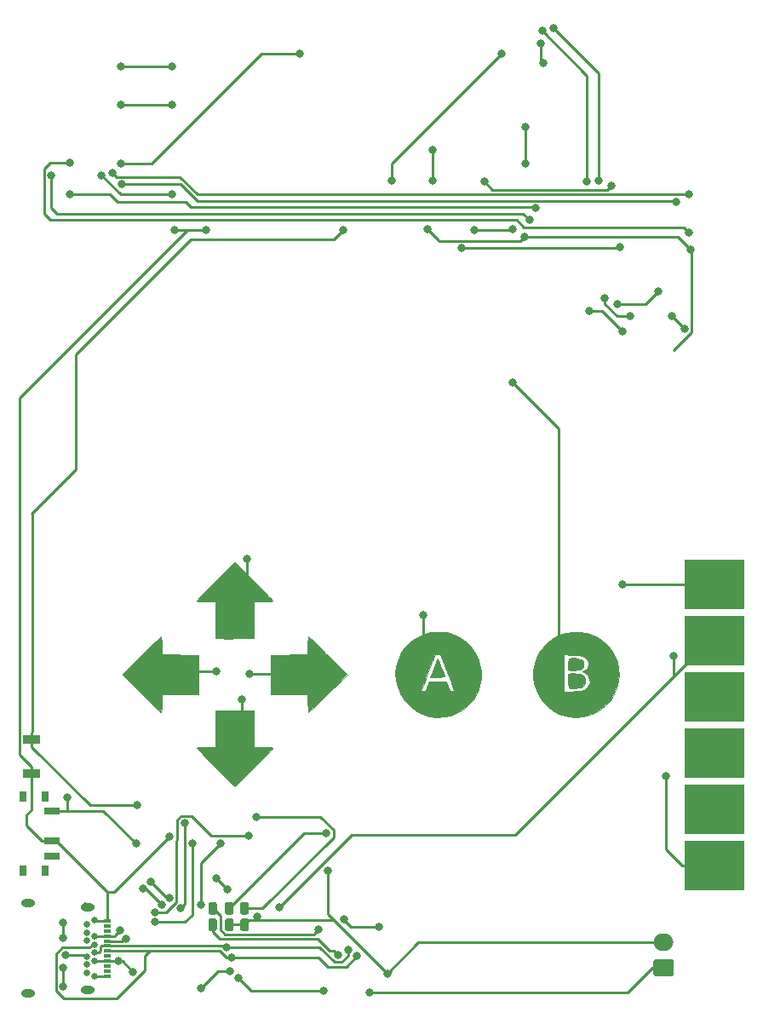
<source format=gbr>
G04 #@! TF.GenerationSoftware,KiCad,Pcbnew,5.0.2-bee76a0~70~ubuntu18.04.1*
G04 #@! TF.CreationDate,2019-01-18T14:13:04+00:00*
G04 #@! TF.ProjectId,badge,62616467-652e-46b6-9963-61645f706362,rev?*
G04 #@! TF.SameCoordinates,Original*
G04 #@! TF.FileFunction,Copper,L1,Top*
G04 #@! TF.FilePolarity,Positive*
%FSLAX46Y46*%
G04 Gerber Fmt 4.6, Leading zero omitted, Abs format (unit mm)*
G04 Created by KiCad (PCBNEW 5.0.2-bee76a0~70~ubuntu18.04.1) date Fri 18 Jan 2019 14:13:04 GMT*
%MOMM*%
%LPD*%
G01*
G04 APERTURE LIST*
G04 #@! TA.AperFunction,EtchedComponent*
%ADD10C,0.010000*%
G04 #@! TD*
G04 #@! TA.AperFunction,ComponentPad*
%ADD11R,6.000000X5.000000*%
G04 #@! TD*
G04 #@! TA.AperFunction,Conductor*
%ADD12C,0.100000*%
G04 #@! TD*
G04 #@! TA.AperFunction,SMDPad,CuDef*
%ADD13C,0.850000*%
G04 #@! TD*
G04 #@! TA.AperFunction,ComponentPad*
%ADD14O,1.400000X0.800000*%
G04 #@! TD*
G04 #@! TA.AperFunction,SMDPad,CuDef*
%ADD15R,0.700000X0.300000*%
G04 #@! TD*
G04 #@! TA.AperFunction,ComponentPad*
%ADD16C,0.650000*%
G04 #@! TD*
G04 #@! TA.AperFunction,ComponentPad*
%ADD17C,1.700000*%
G04 #@! TD*
G04 #@! TA.AperFunction,ComponentPad*
%ADD18O,2.000000X1.700000*%
G04 #@! TD*
G04 #@! TA.AperFunction,SMDPad,CuDef*
%ADD19R,1.700000X0.900000*%
G04 #@! TD*
G04 #@! TA.AperFunction,SMDPad,CuDef*
%ADD20R,1.500000X0.700000*%
G04 #@! TD*
G04 #@! TA.AperFunction,SMDPad,CuDef*
%ADD21R,0.800000X1.000000*%
G04 #@! TD*
G04 #@! TA.AperFunction,ViaPad*
%ADD22C,0.800000*%
G04 #@! TD*
G04 #@! TA.AperFunction,Conductor*
%ADD23C,0.250000*%
G04 #@! TD*
G04 APERTURE END LIST*
D10*
G04 #@! TO.C,G\002A\002A\002A*
G36*
X81353277Y-83525250D02*
X81634384Y-83562852D01*
X81884554Y-83621456D01*
X82059656Y-83694815D01*
X82078959Y-83708442D01*
X82175537Y-83802880D01*
X82218458Y-83915920D01*
X82222772Y-84095204D01*
X82219699Y-84153973D01*
X82193441Y-84367802D01*
X82134135Y-84500754D01*
X82042000Y-84585279D01*
X81864946Y-84659766D01*
X81600069Y-84710904D01*
X81285176Y-84733935D01*
X80958074Y-84724103D01*
X80946625Y-84723083D01*
X80708500Y-84701333D01*
X80708500Y-84140550D01*
X80710026Y-83872541D01*
X80719489Y-83704983D01*
X80744216Y-83611330D01*
X80791534Y-83565034D01*
X80868769Y-83539547D01*
X80874789Y-83538031D01*
X81085367Y-83514894D01*
X81353277Y-83525250D01*
X81353277Y-83525250D01*
G37*
X81353277Y-83525250D02*
X81634384Y-83562852D01*
X81884554Y-83621456D01*
X82059656Y-83694815D01*
X82078959Y-83708442D01*
X82175537Y-83802880D01*
X82218458Y-83915920D01*
X82222772Y-84095204D01*
X82219699Y-84153973D01*
X82193441Y-84367802D01*
X82134135Y-84500754D01*
X82042000Y-84585279D01*
X81864946Y-84659766D01*
X81600069Y-84710904D01*
X81285176Y-84733935D01*
X80958074Y-84724103D01*
X80946625Y-84723083D01*
X80708500Y-84701333D01*
X80708500Y-84140550D01*
X80710026Y-83872541D01*
X80719489Y-83704983D01*
X80744216Y-83611330D01*
X80791534Y-83565034D01*
X80868769Y-83539547D01*
X80874789Y-83538031D01*
X81085367Y-83514894D01*
X81353277Y-83525250D01*
G36*
X81253363Y-85045424D02*
X81509512Y-85060984D01*
X81518952Y-85061857D01*
X81873498Y-85116026D01*
X82119221Y-85209433D01*
X82271506Y-85354835D01*
X82345738Y-85564990D01*
X82359500Y-85758853D01*
X82323894Y-86068117D01*
X82208663Y-86284503D01*
X82001186Y-86422468D01*
X81719146Y-86492398D01*
X81351049Y-86530257D01*
X81037090Y-86534537D01*
X80819625Y-86506727D01*
X80770054Y-86479468D01*
X80737661Y-86413647D01*
X80718943Y-86286686D01*
X80710394Y-86076006D01*
X80708500Y-85790727D01*
X80708500Y-85103767D01*
X80879458Y-85060860D01*
X81027364Y-85045357D01*
X81253363Y-85045424D01*
X81253363Y-85045424D01*
G37*
X81253363Y-85045424D02*
X81509512Y-85060984D01*
X81518952Y-85061857D01*
X81873498Y-85116026D01*
X82119221Y-85209433D01*
X82271506Y-85354835D01*
X82345738Y-85564990D01*
X82359500Y-85758853D01*
X82323894Y-86068117D01*
X82208663Y-86284503D01*
X82001186Y-86422468D01*
X81719146Y-86492398D01*
X81351049Y-86530257D01*
X81037090Y-86534537D01*
X80819625Y-86506727D01*
X80770054Y-86479468D01*
X80737661Y-86413647D01*
X80718943Y-86286686D01*
X80710394Y-86076006D01*
X80708500Y-85790727D01*
X80708500Y-85103767D01*
X80879458Y-85060860D01*
X81027364Y-85045357D01*
X81253363Y-85045424D01*
G36*
X67724496Y-83651559D02*
X67790937Y-83787723D01*
X67881621Y-83994290D01*
X67986803Y-84246844D01*
X68096738Y-84520972D01*
X68201679Y-84792258D01*
X68291881Y-85036287D01*
X68357598Y-85228646D01*
X68389084Y-85344918D01*
X68390458Y-85359875D01*
X68330837Y-85379026D01*
X68169922Y-85394499D01*
X67933407Y-85404542D01*
X67691926Y-85407500D01*
X66994353Y-85407500D01*
X67111436Y-85105875D01*
X67187387Y-84906830D01*
X67289014Y-84636003D01*
X67398516Y-84340939D01*
X67438342Y-84232750D01*
X67533430Y-83980532D01*
X67616085Y-83773604D01*
X67674458Y-83641039D01*
X67692044Y-83610212D01*
X67724496Y-83651559D01*
X67724496Y-83651559D01*
G37*
X67724496Y-83651559D02*
X67790937Y-83787723D01*
X67881621Y-83994290D01*
X67986803Y-84246844D01*
X68096738Y-84520972D01*
X68201679Y-84792258D01*
X68291881Y-85036287D01*
X68357598Y-85228646D01*
X68389084Y-85344918D01*
X68390458Y-85359875D01*
X68330837Y-85379026D01*
X68169922Y-85394499D01*
X67933407Y-85404542D01*
X67691926Y-85407500D01*
X66994353Y-85407500D01*
X67111436Y-85105875D01*
X67187387Y-84906830D01*
X67289014Y-84636003D01*
X67398516Y-84340939D01*
X67438342Y-84232750D01*
X67533430Y-83980532D01*
X67616085Y-83773604D01*
X67674458Y-83641039D01*
X67692044Y-83610212D01*
X67724496Y-83651559D01*
G36*
X49427368Y-75875115D02*
X49870151Y-76320728D01*
X50265198Y-76723591D01*
X50605553Y-77076315D01*
X50884263Y-77371514D01*
X51094371Y-77601799D01*
X51228923Y-77759783D01*
X51280963Y-77838078D01*
X51280731Y-77843748D01*
X51194614Y-77876538D01*
X50984881Y-77899334D01*
X50654542Y-77911905D01*
X50352726Y-77914500D01*
X49468447Y-77914500D01*
X49451598Y-79740125D01*
X49434750Y-81565750D01*
X47557135Y-81582552D01*
X47080946Y-81585390D01*
X46646297Y-81585256D01*
X46269302Y-81582372D01*
X45966079Y-81576958D01*
X45752741Y-81569238D01*
X45645406Y-81559433D01*
X45636260Y-81556093D01*
X45625093Y-81483770D01*
X45614996Y-81300935D01*
X45606355Y-81024076D01*
X45599558Y-80669681D01*
X45594991Y-80254235D01*
X45593043Y-79794227D01*
X45593000Y-79713666D01*
X45593000Y-77914500D01*
X44707747Y-77914500D01*
X44292993Y-77909215D01*
X43997992Y-77893492D01*
X43825288Y-77867524D01*
X43778667Y-77843585D01*
X43812242Y-77783055D01*
X43929963Y-77641197D01*
X44124986Y-77425282D01*
X44390465Y-77142579D01*
X44719554Y-76800358D01*
X45105408Y-76405887D01*
X45541180Y-75966437D01*
X45632559Y-75874953D01*
X47530278Y-73977234D01*
X49427368Y-75875115D01*
X49427368Y-75875115D01*
G37*
X49427368Y-75875115D02*
X49870151Y-76320728D01*
X50265198Y-76723591D01*
X50605553Y-77076315D01*
X50884263Y-77371514D01*
X51094371Y-77601799D01*
X51228923Y-77759783D01*
X51280963Y-77838078D01*
X51280731Y-77843748D01*
X51194614Y-77876538D01*
X50984881Y-77899334D01*
X50654542Y-77911905D01*
X50352726Y-77914500D01*
X49468447Y-77914500D01*
X49451598Y-79740125D01*
X49434750Y-81565750D01*
X47557135Y-81582552D01*
X47080946Y-81585390D01*
X46646297Y-81585256D01*
X46269302Y-81582372D01*
X45966079Y-81576958D01*
X45752741Y-81569238D01*
X45645406Y-81559433D01*
X45636260Y-81556093D01*
X45625093Y-81483770D01*
X45614996Y-81300935D01*
X45606355Y-81024076D01*
X45599558Y-80669681D01*
X45594991Y-80254235D01*
X45593043Y-79794227D01*
X45593000Y-79713666D01*
X45593000Y-77914500D01*
X44707747Y-77914500D01*
X44292993Y-77909215D01*
X43997992Y-77893492D01*
X43825288Y-77867524D01*
X43778667Y-77843585D01*
X43812242Y-77783055D01*
X43929963Y-77641197D01*
X44124986Y-77425282D01*
X44390465Y-77142579D01*
X44719554Y-76800358D01*
X45105408Y-76405887D01*
X45541180Y-75966437D01*
X45632559Y-75874953D01*
X47530278Y-73977234D01*
X49427368Y-75875115D01*
G36*
X54906476Y-81419240D02*
X55040675Y-81537045D01*
X55245212Y-81726906D01*
X55510581Y-81979724D01*
X55827280Y-82286398D01*
X56185804Y-82637825D01*
X56576651Y-83024907D01*
X56804477Y-83252229D01*
X58705221Y-85153765D01*
X56797774Y-87061213D01*
X56392674Y-87464271D01*
X56014855Y-87836253D01*
X55673757Y-88168153D01*
X55378822Y-88450966D01*
X55139489Y-88675684D01*
X54965197Y-88833304D01*
X54865388Y-88914818D01*
X54845413Y-88923746D01*
X54829086Y-88847070D01*
X54815411Y-88667857D01*
X54805579Y-88410561D01*
X54800780Y-88099638D01*
X54800500Y-88001390D01*
X54800500Y-87123947D01*
X52974875Y-87107098D01*
X51149250Y-87090250D01*
X51149250Y-83216750D01*
X54800500Y-83183052D01*
X54800500Y-82298773D01*
X54804011Y-81976816D01*
X54813650Y-81702576D01*
X54828070Y-81499940D01*
X54845924Y-81392794D01*
X54852116Y-81382594D01*
X54906476Y-81419240D01*
X54906476Y-81419240D01*
G37*
X54906476Y-81419240D02*
X55040675Y-81537045D01*
X55245212Y-81726906D01*
X55510581Y-81979724D01*
X55827280Y-82286398D01*
X56185804Y-82637825D01*
X56576651Y-83024907D01*
X56804477Y-83252229D01*
X58705221Y-85153765D01*
X56797774Y-87061213D01*
X56392674Y-87464271D01*
X56014855Y-87836253D01*
X55673757Y-88168153D01*
X55378822Y-88450966D01*
X55139489Y-88675684D01*
X54965197Y-88833304D01*
X54865388Y-88914818D01*
X54845413Y-88923746D01*
X54829086Y-88847070D01*
X54815411Y-88667857D01*
X54805579Y-88410561D01*
X54800780Y-88099638D01*
X54800500Y-88001390D01*
X54800500Y-87123947D01*
X52974875Y-87107098D01*
X51149250Y-87090250D01*
X51149250Y-83216750D01*
X54800500Y-83183052D01*
X54800500Y-82298773D01*
X54804011Y-81976816D01*
X54813650Y-81702576D01*
X54828070Y-81499940D01*
X54845924Y-81392794D01*
X54852116Y-81382594D01*
X54906476Y-81419240D01*
G36*
X40227964Y-81403273D02*
X40242312Y-81567702D01*
X40252853Y-81814452D01*
X40258423Y-82121187D01*
X40259000Y-82263276D01*
X40259000Y-83183052D01*
X43910250Y-83216750D01*
X43910250Y-87090250D01*
X42084625Y-87107098D01*
X40259000Y-87123947D01*
X40259000Y-88008226D01*
X40255488Y-88330183D01*
X40245849Y-88604423D01*
X40231429Y-88807059D01*
X40213575Y-88914205D01*
X40207383Y-88924405D01*
X40153023Y-88887759D01*
X40018823Y-88769955D01*
X39814288Y-88580094D01*
X39548920Y-88327279D01*
X39232225Y-88020609D01*
X38873706Y-87669186D01*
X38482866Y-87282111D01*
X38255154Y-87054903D01*
X36354543Y-85153500D01*
X38258750Y-83248500D01*
X38664080Y-82844097D01*
X39042173Y-82468981D01*
X39383526Y-82132424D01*
X39678641Y-81843695D01*
X39918015Y-81612066D01*
X40092149Y-81446807D01*
X40191541Y-81357190D01*
X40210978Y-81343500D01*
X40227964Y-81403273D01*
X40227964Y-81403273D01*
G37*
X40227964Y-81403273D02*
X40242312Y-81567702D01*
X40252853Y-81814452D01*
X40258423Y-82121187D01*
X40259000Y-82263276D01*
X40259000Y-83183052D01*
X43910250Y-83216750D01*
X43910250Y-87090250D01*
X42084625Y-87107098D01*
X40259000Y-87123947D01*
X40259000Y-88008226D01*
X40255488Y-88330183D01*
X40245849Y-88604423D01*
X40231429Y-88807059D01*
X40213575Y-88914205D01*
X40207383Y-88924405D01*
X40153023Y-88887759D01*
X40018823Y-88769955D01*
X39814288Y-88580094D01*
X39548920Y-88327279D01*
X39232225Y-88020609D01*
X38873706Y-87669186D01*
X38482866Y-87282111D01*
X38255154Y-87054903D01*
X36354543Y-85153500D01*
X38258750Y-83248500D01*
X38664080Y-82844097D01*
X39042173Y-82468981D01*
X39383526Y-82132424D01*
X39678641Y-81843695D01*
X39918015Y-81612066D01*
X40092149Y-81446807D01*
X40191541Y-81357190D01*
X40210978Y-81343500D01*
X40227964Y-81403273D01*
G36*
X81889048Y-80918354D02*
X82572661Y-81040447D01*
X83234756Y-81278721D01*
X83427944Y-81373843D01*
X84039436Y-81760363D01*
X84556314Y-82219435D01*
X84978578Y-82738891D01*
X85306228Y-83306564D01*
X85539263Y-83910288D01*
X85677684Y-84537895D01*
X85721491Y-85177220D01*
X85670683Y-85816093D01*
X85525262Y-86442350D01*
X85285225Y-87043823D01*
X84950575Y-87608346D01*
X84521310Y-88123750D01*
X83997431Y-88577871D01*
X83427944Y-88933156D01*
X82802813Y-89193643D01*
X82127663Y-89352685D01*
X81432765Y-89406811D01*
X80748390Y-89352551D01*
X80404685Y-89279815D01*
X79730410Y-89042576D01*
X79127290Y-88710266D01*
X78599316Y-88295102D01*
X78150479Y-87809299D01*
X77784768Y-87265073D01*
X77605909Y-86886010D01*
X80264000Y-86886010D01*
X81105375Y-86849381D01*
X81442374Y-86830264D01*
X81753976Y-86804564D01*
X82007399Y-86775509D01*
X82169861Y-86746327D01*
X82179651Y-86743583D01*
X82438291Y-86607156D01*
X82657102Y-86382461D01*
X82802878Y-86108056D01*
X82835182Y-85982360D01*
X82826841Y-85677978D01*
X82715313Y-85381918D01*
X82520598Y-85133382D01*
X82335885Y-85003707D01*
X82090020Y-84879016D01*
X82296580Y-84772199D01*
X82462018Y-84656577D01*
X82582871Y-84521099D01*
X82587819Y-84512566D01*
X82663175Y-84265217D01*
X82660666Y-83977176D01*
X82582900Y-83706002D01*
X82548372Y-83641553D01*
X82436414Y-83496574D01*
X82288865Y-83387745D01*
X82086371Y-83309147D01*
X81809573Y-83254859D01*
X81439116Y-83218961D01*
X81109368Y-83201422D01*
X80264000Y-83165977D01*
X80264000Y-86886010D01*
X77605909Y-86886010D01*
X77506173Y-86674638D01*
X77318684Y-86050212D01*
X77226292Y-85404009D01*
X77232986Y-84748244D01*
X77342756Y-84095134D01*
X77559592Y-83456894D01*
X77887484Y-82845740D01*
X78174872Y-82453136D01*
X78672822Y-81942816D01*
X79239189Y-81530199D01*
X79858985Y-81218365D01*
X80517220Y-81010392D01*
X81198904Y-80909362D01*
X81889048Y-80918354D01*
X81889048Y-80918354D01*
G37*
X81889048Y-80918354D02*
X82572661Y-81040447D01*
X83234756Y-81278721D01*
X83427944Y-81373843D01*
X84039436Y-81760363D01*
X84556314Y-82219435D01*
X84978578Y-82738891D01*
X85306228Y-83306564D01*
X85539263Y-83910288D01*
X85677684Y-84537895D01*
X85721491Y-85177220D01*
X85670683Y-85816093D01*
X85525262Y-86442350D01*
X85285225Y-87043823D01*
X84950575Y-87608346D01*
X84521310Y-88123750D01*
X83997431Y-88577871D01*
X83427944Y-88933156D01*
X82802813Y-89193643D01*
X82127663Y-89352685D01*
X81432765Y-89406811D01*
X80748390Y-89352551D01*
X80404685Y-89279815D01*
X79730410Y-89042576D01*
X79127290Y-88710266D01*
X78599316Y-88295102D01*
X78150479Y-87809299D01*
X77784768Y-87265073D01*
X77605909Y-86886010D01*
X80264000Y-86886010D01*
X81105375Y-86849381D01*
X81442374Y-86830264D01*
X81753976Y-86804564D01*
X82007399Y-86775509D01*
X82169861Y-86746327D01*
X82179651Y-86743583D01*
X82438291Y-86607156D01*
X82657102Y-86382461D01*
X82802878Y-86108056D01*
X82835182Y-85982360D01*
X82826841Y-85677978D01*
X82715313Y-85381918D01*
X82520598Y-85133382D01*
X82335885Y-85003707D01*
X82090020Y-84879016D01*
X82296580Y-84772199D01*
X82462018Y-84656577D01*
X82582871Y-84521099D01*
X82587819Y-84512566D01*
X82663175Y-84265217D01*
X82660666Y-83977176D01*
X82582900Y-83706002D01*
X82548372Y-83641553D01*
X82436414Y-83496574D01*
X82288865Y-83387745D01*
X82086371Y-83309147D01*
X81809573Y-83254859D01*
X81439116Y-83218961D01*
X81109368Y-83201422D01*
X80264000Y-83165977D01*
X80264000Y-86886010D01*
X77605909Y-86886010D01*
X77506173Y-86674638D01*
X77318684Y-86050212D01*
X77226292Y-85404009D01*
X77232986Y-84748244D01*
X77342756Y-84095134D01*
X77559592Y-83456894D01*
X77887484Y-82845740D01*
X78174872Y-82453136D01*
X78672822Y-81942816D01*
X79239189Y-81530199D01*
X79858985Y-81218365D01*
X80517220Y-81010392D01*
X81198904Y-80909362D01*
X81889048Y-80918354D01*
G36*
X68485412Y-80955818D02*
X68655795Y-80987879D01*
X69346835Y-81202233D01*
X69970738Y-81515820D01*
X70522007Y-81916831D01*
X70995140Y-82393458D01*
X71384637Y-82933894D01*
X71685000Y-83526329D01*
X71890727Y-84158956D01*
X71996319Y-84819966D01*
X71996276Y-85497551D01*
X71885098Y-86179904D01*
X71657285Y-86855215D01*
X71521792Y-87141080D01*
X71232281Y-87597846D01*
X70852096Y-88046092D01*
X70413924Y-88454055D01*
X69950455Y-88789972D01*
X69659500Y-88950644D01*
X68982180Y-89212478D01*
X68286261Y-89362915D01*
X67592042Y-89399287D01*
X66919822Y-89318921D01*
X66897250Y-89314029D01*
X66189926Y-89096161D01*
X65545095Y-88771077D01*
X64971674Y-88345754D01*
X64478577Y-87827163D01*
X64074721Y-87222281D01*
X63973137Y-87026750D01*
X63882486Y-86804500D01*
X66050789Y-86804500D01*
X66522188Y-86804500D01*
X66681863Y-86312375D01*
X66841539Y-85820250D01*
X68603960Y-85820250D01*
X68763636Y-86312375D01*
X68844641Y-86554980D01*
X68905831Y-86700979D01*
X68965590Y-86774886D01*
X69042297Y-86801216D01*
X69132655Y-86804500D01*
X69274057Y-86791857D01*
X69340244Y-86761005D01*
X69340938Y-86756875D01*
X69318733Y-86687752D01*
X69256412Y-86515147D01*
X69159590Y-86254058D01*
X69033884Y-85919484D01*
X68884907Y-85526424D01*
X68718275Y-85089875D01*
X68657461Y-84931250D01*
X67975046Y-83153250D01*
X67721898Y-83134633D01*
X67468750Y-83116017D01*
X67060228Y-84182383D01*
X66899549Y-84601405D01*
X66727266Y-85050011D01*
X66559612Y-85485974D01*
X66412822Y-85867068D01*
X66351248Y-86026625D01*
X66050789Y-86804500D01*
X63882486Y-86804500D01*
X63701094Y-86359782D01*
X63548422Y-85708648D01*
X63512363Y-85054338D01*
X63589515Y-84381210D01*
X63788471Y-83669504D01*
X64096330Y-83016035D01*
X64504703Y-82430341D01*
X65005202Y-81921958D01*
X65589436Y-81500425D01*
X66249018Y-81175278D01*
X66484500Y-81089855D01*
X66936196Y-80980342D01*
X67454555Y-80919887D01*
X67988115Y-80910907D01*
X68485412Y-80955818D01*
X68485412Y-80955818D01*
G37*
X68485412Y-80955818D02*
X68655795Y-80987879D01*
X69346835Y-81202233D01*
X69970738Y-81515820D01*
X70522007Y-81916831D01*
X70995140Y-82393458D01*
X71384637Y-82933894D01*
X71685000Y-83526329D01*
X71890727Y-84158956D01*
X71996319Y-84819966D01*
X71996276Y-85497551D01*
X71885098Y-86179904D01*
X71657285Y-86855215D01*
X71521792Y-87141080D01*
X71232281Y-87597846D01*
X70852096Y-88046092D01*
X70413924Y-88454055D01*
X69950455Y-88789972D01*
X69659500Y-88950644D01*
X68982180Y-89212478D01*
X68286261Y-89362915D01*
X67592042Y-89399287D01*
X66919822Y-89318921D01*
X66897250Y-89314029D01*
X66189926Y-89096161D01*
X65545095Y-88771077D01*
X64971674Y-88345754D01*
X64478577Y-87827163D01*
X64074721Y-87222281D01*
X63973137Y-87026750D01*
X63882486Y-86804500D01*
X66050789Y-86804500D01*
X66522188Y-86804500D01*
X66681863Y-86312375D01*
X66841539Y-85820250D01*
X68603960Y-85820250D01*
X68763636Y-86312375D01*
X68844641Y-86554980D01*
X68905831Y-86700979D01*
X68965590Y-86774886D01*
X69042297Y-86801216D01*
X69132655Y-86804500D01*
X69274057Y-86791857D01*
X69340244Y-86761005D01*
X69340938Y-86756875D01*
X69318733Y-86687752D01*
X69256412Y-86515147D01*
X69159590Y-86254058D01*
X69033884Y-85919484D01*
X68884907Y-85526424D01*
X68718275Y-85089875D01*
X68657461Y-84931250D01*
X67975046Y-83153250D01*
X67721898Y-83134633D01*
X67468750Y-83116017D01*
X67060228Y-84182383D01*
X66899549Y-84601405D01*
X66727266Y-85050011D01*
X66559612Y-85485974D01*
X66412822Y-85867068D01*
X66351248Y-86026625D01*
X66050789Y-86804500D01*
X63882486Y-86804500D01*
X63701094Y-86359782D01*
X63548422Y-85708648D01*
X63512363Y-85054338D01*
X63589515Y-84381210D01*
X63788471Y-83669504D01*
X64096330Y-83016035D01*
X64504703Y-82430341D01*
X65005202Y-81921958D01*
X65589436Y-81500425D01*
X66249018Y-81175278D01*
X66484500Y-81089855D01*
X66936196Y-80980342D01*
X67454555Y-80919887D01*
X67988115Y-80910907D01*
X68485412Y-80955818D01*
G36*
X49466500Y-92392500D02*
X50387250Y-92392500D01*
X50768262Y-92395308D01*
X51036503Y-92404550D01*
X51206095Y-92421448D01*
X51291161Y-92447227D01*
X51308000Y-92472278D01*
X51264530Y-92532789D01*
X51141776Y-92670581D01*
X50951221Y-92874128D01*
X50704347Y-93131903D01*
X50412639Y-93432377D01*
X50087577Y-93764023D01*
X49740646Y-94115314D01*
X49383328Y-94474722D01*
X49027106Y-94830719D01*
X48683464Y-95171779D01*
X48363883Y-95486374D01*
X48079847Y-95762976D01*
X47842839Y-95990058D01*
X47664341Y-96156093D01*
X47555837Y-96249552D01*
X47528949Y-96266000D01*
X47471800Y-96222485D01*
X47334931Y-96098208D01*
X47128060Y-95902572D01*
X46860908Y-95644979D01*
X46543194Y-95334830D01*
X46184637Y-94981528D01*
X45794958Y-94594475D01*
X45608471Y-94408228D01*
X45209075Y-94006808D01*
X44839137Y-93631423D01*
X44508068Y-93291886D01*
X44225278Y-92998015D01*
X44000179Y-92759623D01*
X43842182Y-92586528D01*
X43760699Y-92488543D01*
X43751500Y-92471478D01*
X43785179Y-92438656D01*
X43895358Y-92415552D01*
X44095744Y-92400989D01*
X44400048Y-92393790D01*
X44671276Y-92392500D01*
X45591052Y-92392500D01*
X45624750Y-88741250D01*
X47545625Y-88724443D01*
X49466500Y-88707637D01*
X49466500Y-92392500D01*
X49466500Y-92392500D01*
G37*
X49466500Y-92392500D02*
X50387250Y-92392500D01*
X50768262Y-92395308D01*
X51036503Y-92404550D01*
X51206095Y-92421448D01*
X51291161Y-92447227D01*
X51308000Y-92472278D01*
X51264530Y-92532789D01*
X51141776Y-92670581D01*
X50951221Y-92874128D01*
X50704347Y-93131903D01*
X50412639Y-93432377D01*
X50087577Y-93764023D01*
X49740646Y-94115314D01*
X49383328Y-94474722D01*
X49027106Y-94830719D01*
X48683464Y-95171779D01*
X48363883Y-95486374D01*
X48079847Y-95762976D01*
X47842839Y-95990058D01*
X47664341Y-96156093D01*
X47555837Y-96249552D01*
X47528949Y-96266000D01*
X47471800Y-96222485D01*
X47334931Y-96098208D01*
X47128060Y-95902572D01*
X46860908Y-95644979D01*
X46543194Y-95334830D01*
X46184637Y-94981528D01*
X45794958Y-94594475D01*
X45608471Y-94408228D01*
X45209075Y-94006808D01*
X44839137Y-93631423D01*
X44508068Y-93291886D01*
X44225278Y-92998015D01*
X44000179Y-92759623D01*
X43842182Y-92586528D01*
X43760699Y-92488543D01*
X43751500Y-92471478D01*
X43785179Y-92438656D01*
X43895358Y-92415552D01*
X44095744Y-92400989D01*
X44400048Y-92393790D01*
X44671276Y-92392500D01*
X45591052Y-92392500D01*
X45624750Y-88741250D01*
X47545625Y-88724443D01*
X49466500Y-88707637D01*
X49466500Y-92392500D01*
G04 #@! TD*
D11*
G04 #@! TO.P,GND,1*
G04 #@! TO.N,GND*
X95250000Y-76200000D03*
G04 #@! TD*
G04 #@! TO.P,GP1,1*
G04 #@! TO.N,Net-(GP1-Pad1)*
X95250000Y-87376000D03*
G04 #@! TD*
G04 #@! TO.P,GP2,1*
G04 #@! TO.N,Net-(GP2-Pad1)*
X95250000Y-92964000D03*
G04 #@! TD*
G04 #@! TO.P,SCL,1*
G04 #@! TO.N,Net-(R1-Pad2)*
X95250000Y-104140000D03*
G04 #@! TD*
G04 #@! TO.P,SDA,1*
G04 #@! TO.N,Net-(R2-Pad2)*
X95250000Y-98552000D03*
G04 #@! TD*
D12*
G04 #@! TO.N,GND*
G04 #@! TO.C,D7*
G36*
X47223329Y-109421023D02*
X47243957Y-109424083D01*
X47264185Y-109429150D01*
X47283820Y-109436176D01*
X47302672Y-109445092D01*
X47320559Y-109455813D01*
X47337309Y-109468235D01*
X47352760Y-109482240D01*
X47366765Y-109497691D01*
X47379187Y-109514441D01*
X47389908Y-109532328D01*
X47398824Y-109551180D01*
X47405850Y-109570815D01*
X47410917Y-109591043D01*
X47413977Y-109611671D01*
X47415000Y-109632500D01*
X47415000Y-110432500D01*
X47413977Y-110453329D01*
X47410917Y-110473957D01*
X47405850Y-110494185D01*
X47398824Y-110513820D01*
X47389908Y-110532672D01*
X47379187Y-110550559D01*
X47366765Y-110567309D01*
X47352760Y-110582760D01*
X47337309Y-110596765D01*
X47320559Y-110609187D01*
X47302672Y-110619908D01*
X47283820Y-110628824D01*
X47264185Y-110635850D01*
X47243957Y-110640917D01*
X47223329Y-110643977D01*
X47202500Y-110645000D01*
X46777500Y-110645000D01*
X46756671Y-110643977D01*
X46736043Y-110640917D01*
X46715815Y-110635850D01*
X46696180Y-110628824D01*
X46677328Y-110619908D01*
X46659441Y-110609187D01*
X46642691Y-110596765D01*
X46627240Y-110582760D01*
X46613235Y-110567309D01*
X46600813Y-110550559D01*
X46590092Y-110532672D01*
X46581176Y-110513820D01*
X46574150Y-110494185D01*
X46569083Y-110473957D01*
X46566023Y-110453329D01*
X46565000Y-110432500D01*
X46565000Y-109632500D01*
X46566023Y-109611671D01*
X46569083Y-109591043D01*
X46574150Y-109570815D01*
X46581176Y-109551180D01*
X46590092Y-109532328D01*
X46600813Y-109514441D01*
X46613235Y-109497691D01*
X46627240Y-109482240D01*
X46642691Y-109468235D01*
X46659441Y-109455813D01*
X46677328Y-109445092D01*
X46696180Y-109436176D01*
X46715815Y-109429150D01*
X46736043Y-109424083D01*
X46756671Y-109421023D01*
X46777500Y-109420000D01*
X47202500Y-109420000D01*
X47223329Y-109421023D01*
X47223329Y-109421023D01*
G37*
D13*
G04 #@! TD*
G04 #@! TO.P,D7,1*
G04 #@! TO.N,GND*
X46990000Y-110032500D03*
D12*
G04 #@! TO.N,Net-(D7-Pad2)*
G04 #@! TO.C,D7*
G36*
X47223329Y-107796023D02*
X47243957Y-107799083D01*
X47264185Y-107804150D01*
X47283820Y-107811176D01*
X47302672Y-107820092D01*
X47320559Y-107830813D01*
X47337309Y-107843235D01*
X47352760Y-107857240D01*
X47366765Y-107872691D01*
X47379187Y-107889441D01*
X47389908Y-107907328D01*
X47398824Y-107926180D01*
X47405850Y-107945815D01*
X47410917Y-107966043D01*
X47413977Y-107986671D01*
X47415000Y-108007500D01*
X47415000Y-108807500D01*
X47413977Y-108828329D01*
X47410917Y-108848957D01*
X47405850Y-108869185D01*
X47398824Y-108888820D01*
X47389908Y-108907672D01*
X47379187Y-108925559D01*
X47366765Y-108942309D01*
X47352760Y-108957760D01*
X47337309Y-108971765D01*
X47320559Y-108984187D01*
X47302672Y-108994908D01*
X47283820Y-109003824D01*
X47264185Y-109010850D01*
X47243957Y-109015917D01*
X47223329Y-109018977D01*
X47202500Y-109020000D01*
X46777500Y-109020000D01*
X46756671Y-109018977D01*
X46736043Y-109015917D01*
X46715815Y-109010850D01*
X46696180Y-109003824D01*
X46677328Y-108994908D01*
X46659441Y-108984187D01*
X46642691Y-108971765D01*
X46627240Y-108957760D01*
X46613235Y-108942309D01*
X46600813Y-108925559D01*
X46590092Y-108907672D01*
X46581176Y-108888820D01*
X46574150Y-108869185D01*
X46569083Y-108848957D01*
X46566023Y-108828329D01*
X46565000Y-108807500D01*
X46565000Y-108007500D01*
X46566023Y-107986671D01*
X46569083Y-107966043D01*
X46574150Y-107945815D01*
X46581176Y-107926180D01*
X46590092Y-107907328D01*
X46600813Y-107889441D01*
X46613235Y-107872691D01*
X46627240Y-107857240D01*
X46642691Y-107843235D01*
X46659441Y-107830813D01*
X46677328Y-107820092D01*
X46696180Y-107811176D01*
X46715815Y-107804150D01*
X46736043Y-107799083D01*
X46756671Y-107796023D01*
X46777500Y-107795000D01*
X47202500Y-107795000D01*
X47223329Y-107796023D01*
X47223329Y-107796023D01*
G37*
D13*
G04 #@! TD*
G04 #@! TO.P,D7,2*
G04 #@! TO.N,Net-(D7-Pad2)*
X46990000Y-108407500D03*
D12*
G04 #@! TO.N,Net-(D4-Pad1)*
G04 #@! TO.C,D4*
G36*
X45572329Y-109421023D02*
X45592957Y-109424083D01*
X45613185Y-109429150D01*
X45632820Y-109436176D01*
X45651672Y-109445092D01*
X45669559Y-109455813D01*
X45686309Y-109468235D01*
X45701760Y-109482240D01*
X45715765Y-109497691D01*
X45728187Y-109514441D01*
X45738908Y-109532328D01*
X45747824Y-109551180D01*
X45754850Y-109570815D01*
X45759917Y-109591043D01*
X45762977Y-109611671D01*
X45764000Y-109632500D01*
X45764000Y-110432500D01*
X45762977Y-110453329D01*
X45759917Y-110473957D01*
X45754850Y-110494185D01*
X45747824Y-110513820D01*
X45738908Y-110532672D01*
X45728187Y-110550559D01*
X45715765Y-110567309D01*
X45701760Y-110582760D01*
X45686309Y-110596765D01*
X45669559Y-110609187D01*
X45651672Y-110619908D01*
X45632820Y-110628824D01*
X45613185Y-110635850D01*
X45592957Y-110640917D01*
X45572329Y-110643977D01*
X45551500Y-110645000D01*
X45126500Y-110645000D01*
X45105671Y-110643977D01*
X45085043Y-110640917D01*
X45064815Y-110635850D01*
X45045180Y-110628824D01*
X45026328Y-110619908D01*
X45008441Y-110609187D01*
X44991691Y-110596765D01*
X44976240Y-110582760D01*
X44962235Y-110567309D01*
X44949813Y-110550559D01*
X44939092Y-110532672D01*
X44930176Y-110513820D01*
X44923150Y-110494185D01*
X44918083Y-110473957D01*
X44915023Y-110453329D01*
X44914000Y-110432500D01*
X44914000Y-109632500D01*
X44915023Y-109611671D01*
X44918083Y-109591043D01*
X44923150Y-109570815D01*
X44930176Y-109551180D01*
X44939092Y-109532328D01*
X44949813Y-109514441D01*
X44962235Y-109497691D01*
X44976240Y-109482240D01*
X44991691Y-109468235D01*
X45008441Y-109455813D01*
X45026328Y-109445092D01*
X45045180Y-109436176D01*
X45064815Y-109429150D01*
X45085043Y-109424083D01*
X45105671Y-109421023D01*
X45126500Y-109420000D01*
X45551500Y-109420000D01*
X45572329Y-109421023D01*
X45572329Y-109421023D01*
G37*
D13*
G04 #@! TD*
G04 #@! TO.P,D4,1*
G04 #@! TO.N,Net-(D4-Pad1)*
X45339000Y-110032500D03*
D12*
G04 #@! TO.N,Net-(D4-Pad2)*
G04 #@! TO.C,D4*
G36*
X45572329Y-107796023D02*
X45592957Y-107799083D01*
X45613185Y-107804150D01*
X45632820Y-107811176D01*
X45651672Y-107820092D01*
X45669559Y-107830813D01*
X45686309Y-107843235D01*
X45701760Y-107857240D01*
X45715765Y-107872691D01*
X45728187Y-107889441D01*
X45738908Y-107907328D01*
X45747824Y-107926180D01*
X45754850Y-107945815D01*
X45759917Y-107966043D01*
X45762977Y-107986671D01*
X45764000Y-108007500D01*
X45764000Y-108807500D01*
X45762977Y-108828329D01*
X45759917Y-108848957D01*
X45754850Y-108869185D01*
X45747824Y-108888820D01*
X45738908Y-108907672D01*
X45728187Y-108925559D01*
X45715765Y-108942309D01*
X45701760Y-108957760D01*
X45686309Y-108971765D01*
X45669559Y-108984187D01*
X45651672Y-108994908D01*
X45632820Y-109003824D01*
X45613185Y-109010850D01*
X45592957Y-109015917D01*
X45572329Y-109018977D01*
X45551500Y-109020000D01*
X45126500Y-109020000D01*
X45105671Y-109018977D01*
X45085043Y-109015917D01*
X45064815Y-109010850D01*
X45045180Y-109003824D01*
X45026328Y-108994908D01*
X45008441Y-108984187D01*
X44991691Y-108971765D01*
X44976240Y-108957760D01*
X44962235Y-108942309D01*
X44949813Y-108925559D01*
X44939092Y-108907672D01*
X44930176Y-108888820D01*
X44923150Y-108869185D01*
X44918083Y-108848957D01*
X44915023Y-108828329D01*
X44914000Y-108807500D01*
X44914000Y-108007500D01*
X44915023Y-107986671D01*
X44918083Y-107966043D01*
X44923150Y-107945815D01*
X44930176Y-107926180D01*
X44939092Y-107907328D01*
X44949813Y-107889441D01*
X44962235Y-107872691D01*
X44976240Y-107857240D01*
X44991691Y-107843235D01*
X45008441Y-107830813D01*
X45026328Y-107820092D01*
X45045180Y-107811176D01*
X45064815Y-107804150D01*
X45085043Y-107799083D01*
X45105671Y-107796023D01*
X45126500Y-107795000D01*
X45551500Y-107795000D01*
X45572329Y-107796023D01*
X45572329Y-107796023D01*
G37*
D13*
G04 #@! TD*
G04 #@! TO.P,D4,2*
G04 #@! TO.N,Net-(D4-Pad2)*
X45339000Y-108407500D03*
D14*
G04 #@! TO.P,J1,S1*
G04 #@! TO.N,Net-(J1-PadS1)*
X32955000Y-108265000D03*
D15*
G04 #@! TO.P,J1,A1*
G04 #@! TO.N,GND*
X34865000Y-109645000D03*
G04 #@! TO.P,J1,A2*
G04 #@! TO.N,N/C*
X34865000Y-110145000D03*
G04 #@! TO.P,J1,A3*
X34865000Y-110645000D03*
G04 #@! TO.P,J1,A4*
G04 #@! TO.N,Net-(C13-Pad1)*
X34865000Y-111145000D03*
G04 #@! TO.P,J1,A5*
G04 #@! TO.N,Net-(J1-PadA5)*
X34865000Y-111645000D03*
G04 #@! TO.P,J1,A6*
G04 #@! TO.N,/USB_P*
X34865000Y-112145000D03*
G04 #@! TO.P,J1,A7*
G04 #@! TO.N,/USB_N*
X34865000Y-112645000D03*
G04 #@! TO.P,J1,A12*
G04 #@! TO.N,GND*
X34865000Y-115145000D03*
G04 #@! TO.P,J1,A10*
G04 #@! TO.N,N/C*
X34865000Y-114145000D03*
G04 #@! TO.P,J1,A9*
G04 #@! TO.N,Net-(C13-Pad1)*
X34865000Y-113645000D03*
G04 #@! TO.P,J1,A8*
G04 #@! TO.N,Net-(J1-PadA8)*
X34865000Y-113145000D03*
G04 #@! TO.P,J1,A11*
G04 #@! TO.N,N/C*
X34865000Y-114645000D03*
D14*
G04 #@! TO.P,J1,S1*
G04 #@! TO.N,Net-(J1-PadS1)*
X32955000Y-116525000D03*
X27005000Y-116885000D03*
X27005000Y-107905000D03*
D16*
G04 #@! TO.P,J1,B1*
G04 #@! TO.N,GND*
X33555000Y-115195000D03*
G04 #@! TO.P,J1,B4*
G04 #@! TO.N,Net-(C13-Pad1)*
X33555000Y-113595000D03*
G04 #@! TO.P,J1,B6*
G04 #@! TO.N,/USB_P*
X33555000Y-112795000D03*
G04 #@! TO.P,J1,B7*
G04 #@! TO.N,/USB_N*
X33555000Y-111995000D03*
G04 #@! TO.P,J1,B9*
G04 #@! TO.N,Net-(C13-Pad1)*
X33555000Y-111195000D03*
G04 #@! TO.P,J1,B12*
G04 #@! TO.N,GND*
X33555000Y-109595000D03*
G04 #@! TO.P,J1,B2*
G04 #@! TO.N,N/C*
X32855000Y-114795000D03*
G04 #@! TO.P,J1,B3*
X32855000Y-113995000D03*
G04 #@! TO.P,J1,B5*
G04 #@! TO.N,Net-(J1-PadB5)*
X32855000Y-113195000D03*
G04 #@! TO.P,J1,B8*
G04 #@! TO.N,Net-(J1-PadB8)*
X32855000Y-111595000D03*
G04 #@! TO.P,J1,B10*
G04 #@! TO.N,N/C*
X32855000Y-110795000D03*
G04 #@! TO.P,J1,B11*
X32855000Y-109995000D03*
G04 #@! TD*
D12*
G04 #@! TO.N,Net-(BT1-Pad1)*
G04 #@! TO.C,BT1*
G36*
X90944504Y-113451204D02*
X90968773Y-113454804D01*
X90992571Y-113460765D01*
X91015671Y-113469030D01*
X91037849Y-113479520D01*
X91058893Y-113492133D01*
X91078598Y-113506747D01*
X91096777Y-113523223D01*
X91113253Y-113541402D01*
X91127867Y-113561107D01*
X91140480Y-113582151D01*
X91150970Y-113604329D01*
X91159235Y-113627429D01*
X91165196Y-113651227D01*
X91168796Y-113675496D01*
X91170000Y-113700000D01*
X91170000Y-114900000D01*
X91168796Y-114924504D01*
X91165196Y-114948773D01*
X91159235Y-114972571D01*
X91150970Y-114995671D01*
X91140480Y-115017849D01*
X91127867Y-115038893D01*
X91113253Y-115058598D01*
X91096777Y-115076777D01*
X91078598Y-115093253D01*
X91058893Y-115107867D01*
X91037849Y-115120480D01*
X91015671Y-115130970D01*
X90992571Y-115139235D01*
X90968773Y-115145196D01*
X90944504Y-115148796D01*
X90920000Y-115150000D01*
X89420000Y-115150000D01*
X89395496Y-115148796D01*
X89371227Y-115145196D01*
X89347429Y-115139235D01*
X89324329Y-115130970D01*
X89302151Y-115120480D01*
X89281107Y-115107867D01*
X89261402Y-115093253D01*
X89243223Y-115076777D01*
X89226747Y-115058598D01*
X89212133Y-115038893D01*
X89199520Y-115017849D01*
X89189030Y-114995671D01*
X89180765Y-114972571D01*
X89174804Y-114948773D01*
X89171204Y-114924504D01*
X89170000Y-114900000D01*
X89170000Y-113700000D01*
X89171204Y-113675496D01*
X89174804Y-113651227D01*
X89180765Y-113627429D01*
X89189030Y-113604329D01*
X89199520Y-113582151D01*
X89212133Y-113561107D01*
X89226747Y-113541402D01*
X89243223Y-113523223D01*
X89261402Y-113506747D01*
X89281107Y-113492133D01*
X89302151Y-113479520D01*
X89324329Y-113469030D01*
X89347429Y-113460765D01*
X89371227Y-113454804D01*
X89395496Y-113451204D01*
X89420000Y-113450000D01*
X90920000Y-113450000D01*
X90944504Y-113451204D01*
X90944504Y-113451204D01*
G37*
D17*
G04 #@! TD*
G04 #@! TO.P,BT1,1*
G04 #@! TO.N,Net-(BT1-Pad1)*
X90170000Y-114300000D03*
D18*
G04 #@! TO.P,BT1,2*
G04 #@! TO.N,GND*
X90170000Y-111800000D03*
G04 #@! TD*
D12*
G04 #@! TO.N,Net-(D6-Pad2)*
G04 #@! TO.C,D6*
G36*
X48747329Y-107796023D02*
X48767957Y-107799083D01*
X48788185Y-107804150D01*
X48807820Y-107811176D01*
X48826672Y-107820092D01*
X48844559Y-107830813D01*
X48861309Y-107843235D01*
X48876760Y-107857240D01*
X48890765Y-107872691D01*
X48903187Y-107889441D01*
X48913908Y-107907328D01*
X48922824Y-107926180D01*
X48929850Y-107945815D01*
X48934917Y-107966043D01*
X48937977Y-107986671D01*
X48939000Y-108007500D01*
X48939000Y-108807500D01*
X48937977Y-108828329D01*
X48934917Y-108848957D01*
X48929850Y-108869185D01*
X48922824Y-108888820D01*
X48913908Y-108907672D01*
X48903187Y-108925559D01*
X48890765Y-108942309D01*
X48876760Y-108957760D01*
X48861309Y-108971765D01*
X48844559Y-108984187D01*
X48826672Y-108994908D01*
X48807820Y-109003824D01*
X48788185Y-109010850D01*
X48767957Y-109015917D01*
X48747329Y-109018977D01*
X48726500Y-109020000D01*
X48301500Y-109020000D01*
X48280671Y-109018977D01*
X48260043Y-109015917D01*
X48239815Y-109010850D01*
X48220180Y-109003824D01*
X48201328Y-108994908D01*
X48183441Y-108984187D01*
X48166691Y-108971765D01*
X48151240Y-108957760D01*
X48137235Y-108942309D01*
X48124813Y-108925559D01*
X48114092Y-108907672D01*
X48105176Y-108888820D01*
X48098150Y-108869185D01*
X48093083Y-108848957D01*
X48090023Y-108828329D01*
X48089000Y-108807500D01*
X48089000Y-108007500D01*
X48090023Y-107986671D01*
X48093083Y-107966043D01*
X48098150Y-107945815D01*
X48105176Y-107926180D01*
X48114092Y-107907328D01*
X48124813Y-107889441D01*
X48137235Y-107872691D01*
X48151240Y-107857240D01*
X48166691Y-107843235D01*
X48183441Y-107830813D01*
X48201328Y-107820092D01*
X48220180Y-107811176D01*
X48239815Y-107804150D01*
X48260043Y-107799083D01*
X48280671Y-107796023D01*
X48301500Y-107795000D01*
X48726500Y-107795000D01*
X48747329Y-107796023D01*
X48747329Y-107796023D01*
G37*
D13*
G04 #@! TD*
G04 #@! TO.P,D6,2*
G04 #@! TO.N,Net-(D6-Pad2)*
X48514000Y-108407500D03*
D12*
G04 #@! TO.N,GND*
G04 #@! TO.C,D6*
G36*
X48747329Y-109421023D02*
X48767957Y-109424083D01*
X48788185Y-109429150D01*
X48807820Y-109436176D01*
X48826672Y-109445092D01*
X48844559Y-109455813D01*
X48861309Y-109468235D01*
X48876760Y-109482240D01*
X48890765Y-109497691D01*
X48903187Y-109514441D01*
X48913908Y-109532328D01*
X48922824Y-109551180D01*
X48929850Y-109570815D01*
X48934917Y-109591043D01*
X48937977Y-109611671D01*
X48939000Y-109632500D01*
X48939000Y-110432500D01*
X48937977Y-110453329D01*
X48934917Y-110473957D01*
X48929850Y-110494185D01*
X48922824Y-110513820D01*
X48913908Y-110532672D01*
X48903187Y-110550559D01*
X48890765Y-110567309D01*
X48876760Y-110582760D01*
X48861309Y-110596765D01*
X48844559Y-110609187D01*
X48826672Y-110619908D01*
X48807820Y-110628824D01*
X48788185Y-110635850D01*
X48767957Y-110640917D01*
X48747329Y-110643977D01*
X48726500Y-110645000D01*
X48301500Y-110645000D01*
X48280671Y-110643977D01*
X48260043Y-110640917D01*
X48239815Y-110635850D01*
X48220180Y-110628824D01*
X48201328Y-110619908D01*
X48183441Y-110609187D01*
X48166691Y-110596765D01*
X48151240Y-110582760D01*
X48137235Y-110567309D01*
X48124813Y-110550559D01*
X48114092Y-110532672D01*
X48105176Y-110513820D01*
X48098150Y-110494185D01*
X48093083Y-110473957D01*
X48090023Y-110453329D01*
X48089000Y-110432500D01*
X48089000Y-109632500D01*
X48090023Y-109611671D01*
X48093083Y-109591043D01*
X48098150Y-109570815D01*
X48105176Y-109551180D01*
X48114092Y-109532328D01*
X48124813Y-109514441D01*
X48137235Y-109497691D01*
X48151240Y-109482240D01*
X48166691Y-109468235D01*
X48183441Y-109455813D01*
X48201328Y-109445092D01*
X48220180Y-109436176D01*
X48239815Y-109429150D01*
X48260043Y-109424083D01*
X48280671Y-109421023D01*
X48301500Y-109420000D01*
X48726500Y-109420000D01*
X48747329Y-109421023D01*
X48747329Y-109421023D01*
G37*
D13*
G04 #@! TD*
G04 #@! TO.P,D6,1*
G04 #@! TO.N,GND*
X48514000Y-110032500D03*
D19*
G04 #@! TO.P,SW1,1*
G04 #@! TO.N,GND*
X27305000Y-95045000D03*
G04 #@! TO.P,SW1,2*
G04 #@! TO.N,Net-(Q5-Pad6)*
X27305000Y-91645000D03*
G04 #@! TD*
D20*
G04 #@! TO.P,SW2,1*
G04 #@! TO.N,Net-(Q5-Pad4)*
X29370000Y-98715000D03*
G04 #@! TO.P,SW2,2*
G04 #@! TO.N,GND*
X29370000Y-101715000D03*
G04 #@! TO.P,SW2,3*
G04 #@! TO.N,N/C*
X29370000Y-103215000D03*
D21*
G04 #@! TO.P,SW2,*
G04 #@! TO.N,*
X26510000Y-97315000D03*
X26510000Y-104615000D03*
X28720000Y-104615000D03*
X28720000Y-97315000D03*
G04 #@! TD*
D11*
G04 #@! TO.P,3V3,1*
G04 #@! TO.N,Net-(3V3-Pad1)*
X95250000Y-81788000D03*
G04 #@! TD*
D22*
G04 #@! TO.N,Net-(BT1-Pad1)*
X56388000Y-116586000D03*
X47879000Y-115316000D03*
X60960000Y-116760010D03*
G04 #@! TO.N,GND*
X41275000Y-37465000D03*
X34290000Y-35560000D03*
X56769000Y-104648000D03*
X41079999Y-101284360D03*
X44704000Y-41021000D03*
X41529000Y-41021000D03*
X84963000Y-36576000D03*
X72390000Y-36195000D03*
X62715000Y-114895000D03*
X49760252Y-109196252D03*
X86106000Y-76200000D03*
G04 #@! TO.N,Net-(C8-Pad1)*
X36195000Y-28575000D03*
X41275000Y-28575000D03*
G04 #@! TO.N,Net-(C9-Pad1)*
X36195000Y-24765000D03*
X41275000Y-24765000D03*
G04 #@! TO.N,Net-(C13-Pad1)*
X61849000Y-110236000D03*
X58420000Y-109474000D03*
X37413922Y-114696184D03*
X35941000Y-113665000D03*
X36168373Y-110574910D03*
G04 #@! TO.N,Net-(D4-Pad1)*
X57785000Y-113030000D03*
G04 #@! TO.N,Net-(D4-Pad2)*
X55880000Y-110490000D03*
G04 #@! TO.N,Net-(D6-Pad2)*
X49657000Y-99314000D03*
G04 #@! TO.N,Net-(D7-Pad2)*
X56642000Y-100965000D03*
G04 #@! TO.N,Net-(J1-PadA5)*
X30480000Y-114337000D03*
X30480000Y-116205000D03*
X36703000Y-111420000D03*
G04 #@! TO.N,Net-(J1-PadB5)*
X30480000Y-109855000D03*
X30480000Y-111379000D03*
X30734000Y-113030000D03*
G04 #@! TO.N,Net-(Q4-Pad3)*
X45720000Y-105410000D03*
X46810153Y-106500153D03*
G04 #@! TO.N,Net-(Q5-Pad1)*
X38441022Y-106464932D03*
X40275362Y-108071354D03*
G04 #@! TO.N,Net-(Q5-Pad3)*
X39157438Y-105767256D03*
X41021000Y-107405000D03*
G04 #@! TO.N,Net-(Q5-Pad4)*
X31115000Y-37465000D03*
X77470000Y-38825000D03*
X37719000Y-101981000D03*
X78105000Y-21209000D03*
X82550000Y-36195000D03*
X30861000Y-97409000D03*
G04 #@! TO.N,Net-(Q5-Pad6)*
X37846000Y-98171000D03*
X58293000Y-41021000D03*
X63119000Y-36068000D03*
X74041000Y-23495000D03*
G04 #@! TO.N,Net-(R1-Pad2)*
X71374000Y-41021000D03*
X75184000Y-40894000D03*
X84328000Y-47752000D03*
X86868000Y-49530000D03*
X90424000Y-95250000D03*
G04 #@! TO.N,Net-(R2-Pad2)*
X76454000Y-30734000D03*
X76454000Y-34417000D03*
X82804000Y-49022000D03*
X86106000Y-51054000D03*
G04 #@! TO.N,Net-(R6-Pad2)*
X29300000Y-35560000D03*
X76835000Y-40005000D03*
G04 #@! TO.N,Net-(R7-Pad2)*
X79248000Y-20955000D03*
X83693000Y-36068000D03*
G04 #@! TO.N,Net-(R17-Pad2)*
X39626851Y-109775998D03*
X43307000Y-101944000D03*
G04 #@! TO.N,Net-(R18-Pad2)*
X48895000Y-101219000D03*
X39567549Y-108777756D03*
G04 #@! TO.N,Net-(U1-Pad4)*
X36345153Y-36450000D03*
X91440000Y-38190000D03*
G04 #@! TO.N,Net-(U1-Pad5)*
X35411630Y-35297046D03*
X92710000Y-37465000D03*
G04 #@! TO.N,Net-(U1-Pad7)*
X31115000Y-34290000D03*
X92710000Y-41275000D03*
G04 #@! TO.N,Net-(U1-Pad12)*
X85852000Y-42672000D03*
X70104000Y-42780999D03*
G04 #@! TO.N,Net-(U1-Pad21)*
X44196000Y-108077000D03*
X46101000Y-101981000D03*
G04 #@! TO.N,Net-(U1-Pad22)*
X42164000Y-108368000D03*
X42545000Y-99949000D03*
X89662000Y-47117000D03*
X85598000Y-48387000D03*
G04 #@! TO.N,Net-(U4-Pad9)*
X48768000Y-73660000D03*
G04 #@! TO.N,Net-(U4-Pad10)*
X49022000Y-85090000D03*
G04 #@! TO.N,Net-(U4-Pad1)*
X45720000Y-84836000D03*
G04 #@! TO.N,Net-(U4-Pad6)*
X75184000Y-56134000D03*
G04 #@! TO.N,Net-(U4-Pad7)*
X66294000Y-79248000D03*
G04 #@! TO.N,Net-(U4-Pad8)*
X48260000Y-87630000D03*
G04 #@! TO.N,Net-(3V3-Pad1)*
X36195000Y-34380000D03*
X53975000Y-23495000D03*
X44191347Y-116336653D03*
X47050786Y-114686429D03*
X77978000Y-22479000D03*
X78232000Y-24384000D03*
X76327000Y-41656000D03*
X66675000Y-40894000D03*
X67183000Y-36068000D03*
X67183000Y-33020000D03*
X92837000Y-42926000D03*
X51943000Y-108331000D03*
X91186000Y-83312000D03*
G04 #@! TO.N,/USB_P*
X58801000Y-112522000D03*
X46736000Y-112268000D03*
G04 #@! TO.N,/USB_N*
X59690000Y-113157000D03*
X47244000Y-113284000D03*
G04 #@! TO.N,Net-(GP1-Pad1)*
X90969000Y-49530000D03*
X92239000Y-50800000D03*
G04 #@! TD*
D23*
G04 #@! TO.N,Net-(BT1-Pad1)*
X49149000Y-116586000D02*
X56388000Y-116586000D01*
X47879000Y-115316000D02*
X49149000Y-116586000D01*
X89070000Y-114300000D02*
X86609990Y-116760010D01*
X90170000Y-114300000D02*
X89070000Y-114300000D01*
X86609990Y-116760010D02*
X64516000Y-116760010D01*
X60960000Y-116760010D02*
X64516000Y-116760010D01*
X64516000Y-116760010D02*
X64906992Y-116760010D01*
G04 #@! TO.N,GND*
X26834999Y-99092999D02*
X27305000Y-98622998D01*
X27305000Y-95745000D02*
X27305000Y-95045000D01*
X27305000Y-98622998D02*
X27305000Y-95745000D01*
X28370000Y-101715000D02*
X26834999Y-100179999D01*
X26834999Y-100179999D02*
X26834999Y-99092999D01*
X29370000Y-101715000D02*
X28370000Y-101715000D01*
X34865000Y-109245000D02*
X34865000Y-109645000D01*
X34865000Y-106810000D02*
X34865000Y-109245000D01*
X29770000Y-101715000D02*
X34865000Y-106810000D01*
X29370000Y-101715000D02*
X29770000Y-101715000D01*
X33605000Y-109645000D02*
X33555000Y-109595000D01*
X34865000Y-109645000D02*
X33605000Y-109645000D01*
X33605000Y-115145000D02*
X33555000Y-115195000D01*
X34865000Y-115145000D02*
X33605000Y-115145000D01*
X36195000Y-37465000D02*
X41275000Y-37465000D01*
X36195000Y-37465000D02*
X34290000Y-35560000D01*
X46990000Y-110032500D02*
X47515000Y-110032500D01*
X49008280Y-109538220D02*
X48514000Y-110032500D01*
X62715000Y-114895000D02*
X57358220Y-109538220D01*
X62865000Y-114895000D02*
X62715000Y-114895000D01*
X48514000Y-110032500D02*
X46990000Y-110032500D01*
X56769000Y-108949000D02*
X57358220Y-109538220D01*
X56769000Y-104648000D02*
X56769000Y-108949000D01*
X34865000Y-106810000D02*
X35554359Y-106810000D01*
X35554359Y-106810000D02*
X41079999Y-101284360D01*
X26129999Y-57690001D02*
X42799000Y-41021000D01*
X27305000Y-95045000D02*
X27305000Y-94345000D01*
X27305000Y-94345000D02*
X26129999Y-93169999D01*
X44704000Y-41021000D02*
X42799000Y-41021000D01*
X42799000Y-41021000D02*
X41529000Y-41021000D01*
X73170999Y-36975999D02*
X72390000Y-36195000D01*
X84963000Y-36576000D02*
X84563001Y-36975999D01*
X84563001Y-36975999D02*
X73170999Y-36975999D01*
X49760252Y-109514472D02*
X49784000Y-109538220D01*
X49760252Y-109196252D02*
X49760252Y-109514472D01*
X57358220Y-109538220D02*
X49784000Y-109538220D01*
X49784000Y-109538220D02*
X49008280Y-109538220D01*
X26129999Y-57690001D02*
X26129999Y-91694000D01*
X26129999Y-93169999D02*
X26129999Y-88392000D01*
X26129999Y-88392000D02*
X26129999Y-88170001D01*
X65810000Y-111800000D02*
X62715000Y-114895000D01*
X90170000Y-111800000D02*
X65810000Y-111800000D01*
X86106000Y-76200000D02*
X95250000Y-76200000D01*
G04 #@! TO.N,Net-(C8-Pad1)*
X36195000Y-28575000D02*
X41275000Y-28575000D01*
G04 #@! TO.N,Net-(C9-Pad1)*
X36195000Y-24765000D02*
X41275000Y-24765000D01*
G04 #@! TO.N,Net-(3V3-Pad1)*
X67836999Y-42055999D02*
X67818000Y-42037000D01*
G04 #@! TO.N,Net-(C13-Pad1)*
X33605000Y-113645000D02*
X33555000Y-113595000D01*
X34865000Y-113645000D02*
X33605000Y-113645000D01*
X33605000Y-111145000D02*
X33555000Y-111195000D01*
X34865000Y-111145000D02*
X33605000Y-111145000D01*
X61849000Y-110236000D02*
X59055000Y-110236000D01*
X59055000Y-110236000D02*
X58420000Y-109601000D01*
X58420000Y-109601000D02*
X58420000Y-109474000D01*
X34885000Y-113665000D02*
X34865000Y-113645000D01*
X35941000Y-113665000D02*
X34885000Y-113665000D01*
X35941000Y-113665000D02*
X36382738Y-113665000D01*
X36382738Y-113665000D02*
X37413922Y-114696184D01*
X35306000Y-111145000D02*
X34865000Y-111145000D01*
X35649315Y-111145000D02*
X35306000Y-111145000D01*
X35465000Y-111145000D02*
X35306000Y-111145000D01*
X35649315Y-111145000D02*
X35649315Y-111093968D01*
X35649315Y-111093968D02*
X36168373Y-110574910D01*
G04 #@! TO.N,Net-(D4-Pad1)*
X57385001Y-112630001D02*
X57785000Y-113030000D01*
X57385001Y-112630001D02*
X57004001Y-112630001D01*
X45339000Y-110745000D02*
X45339000Y-110032500D01*
X46014020Y-111420020D02*
X45339000Y-110745000D01*
X55794020Y-111420020D02*
X46014020Y-111420020D01*
X57004001Y-112630001D02*
X55794020Y-111420020D01*
G04 #@! TO.N,Net-(D4-Pad2)*
X45339000Y-108407500D02*
X46101000Y-109169500D01*
X55480001Y-110889999D02*
X55880000Y-110490000D01*
X55399990Y-110970010D02*
X55480001Y-110889999D01*
X46554856Y-110970010D02*
X55399990Y-110970010D01*
X46101000Y-110516154D02*
X46554856Y-110970010D01*
X46101000Y-109169500D02*
X46101000Y-110516154D01*
G04 #@! TO.N,Net-(D6-Pad2)*
X56064002Y-99314000D02*
X49657000Y-99314000D01*
X57367001Y-100616999D02*
X56064002Y-99314000D01*
X57367001Y-101313001D02*
X57367001Y-100616999D01*
X48514000Y-108407500D02*
X50272502Y-108407500D01*
X50272502Y-108407500D02*
X57367001Y-101313001D01*
G04 #@! TO.N,Net-(D7-Pad2)*
X54432500Y-100965000D02*
X56642000Y-100965000D01*
X46990000Y-108407500D02*
X54432500Y-100965000D01*
G04 #@! TO.N,Net-(J1-PadS1)*
X32595000Y-107905000D02*
X32955000Y-108265000D01*
G04 #@! TO.N,Net-(J1-PadA5)*
X30480000Y-114337000D02*
X30480000Y-116205000D01*
X34865000Y-111645000D02*
X36310000Y-111645000D01*
X36535000Y-111420000D02*
X36703000Y-111420000D01*
X36310000Y-111645000D02*
X36535000Y-111420000D01*
G04 #@! TO.N,Net-(J1-PadB5)*
X30480000Y-109855000D02*
X30480000Y-111379000D01*
X32690000Y-113030000D02*
X32855000Y-113195000D01*
X30734000Y-113030000D02*
X32690000Y-113030000D01*
G04 #@! TO.N,Net-(Q4-Pad3)*
X46736000Y-106426000D02*
X46810153Y-106500153D01*
X45720000Y-105410000D02*
X46810153Y-106500153D01*
G04 #@! TO.N,Net-(Q5-Pad1)*
X38441022Y-106464932D02*
X38668940Y-106464932D01*
X38668940Y-106464932D02*
X40275362Y-108071354D01*
G04 #@! TO.N,Net-(Q5-Pad3)*
X39157438Y-105767256D02*
X40795182Y-107405000D01*
X40795182Y-107405000D02*
X41021000Y-107405000D01*
G04 #@! TO.N,Net-(Q5-Pad4)*
X35121998Y-37465000D02*
X31115000Y-37465000D01*
X42454999Y-38190001D02*
X35846999Y-38190001D01*
X35846999Y-38190001D02*
X35121998Y-37465000D01*
X42454999Y-38190001D02*
X42635001Y-38190001D01*
X42635001Y-38190001D02*
X43180000Y-38735000D01*
X43180000Y-38735000D02*
X53340000Y-38735000D01*
X53340000Y-38735000D02*
X77380000Y-38735000D01*
X77380000Y-38735000D02*
X77470000Y-38825000D01*
X37719000Y-101981000D02*
X34453000Y-98715000D01*
X78105000Y-21209000D02*
X82550000Y-25654000D01*
X82550000Y-25654000D02*
X82550000Y-36195000D01*
X30861000Y-98715000D02*
X30861000Y-97409000D01*
X30861000Y-98715000D02*
X29370000Y-98715000D01*
X34453000Y-98715000D02*
X30861000Y-98715000D01*
G04 #@! TO.N,Net-(Q5-Pad6)*
X27305000Y-92345000D02*
X27305000Y-91645000D01*
X33131000Y-98171000D02*
X27305000Y-92345000D01*
X37846000Y-98171000D02*
X33131000Y-98171000D01*
X63119000Y-36068000D02*
X63119000Y-34417000D01*
X63119000Y-34417000D02*
X74041000Y-23495000D01*
X37846000Y-98171000D02*
X34671000Y-98171000D01*
X31750000Y-64770000D02*
X31750000Y-53340000D01*
X31750000Y-53340000D02*
X43180000Y-41910000D01*
X57404000Y-41910000D02*
X58293000Y-41021000D01*
X43180000Y-41910000D02*
X57404000Y-41910000D01*
X27432000Y-90818000D02*
X27432000Y-69088000D01*
X27305000Y-90945000D02*
X27432000Y-90818000D01*
X31750000Y-64770000D02*
X27432000Y-69088000D01*
X27305000Y-91645000D02*
X27305000Y-90945000D01*
X27432000Y-69088000D02*
X27305000Y-69215000D01*
G04 #@! TO.N,Net-(R1-Pad2)*
X71374000Y-41021000D02*
X75057000Y-41021000D01*
X75057000Y-41021000D02*
X75184000Y-40894000D01*
X85540315Y-49530000D02*
X86868000Y-49530000D01*
X84328000Y-47752000D02*
X84328000Y-48317685D01*
X84328000Y-48317685D02*
X85540315Y-49530000D01*
X92000000Y-104140000D02*
X95250000Y-104140000D01*
X90424000Y-102564000D02*
X92000000Y-104140000D01*
X90424000Y-95250000D02*
X90424000Y-102564000D01*
G04 #@! TO.N,Net-(R2-Pad2)*
X76454000Y-30734000D02*
X76454000Y-34417000D01*
X82804000Y-49022000D02*
X84074000Y-49022000D01*
X84074000Y-49022000D02*
X86106000Y-51054000D01*
G04 #@! TO.N,Net-(R6-Pad2)*
X29300000Y-35560000D02*
X29300000Y-36125685D01*
X29300000Y-36125685D02*
X29300000Y-38825000D01*
X29300000Y-38825000D02*
X29845000Y-39370000D01*
X29845000Y-39370000D02*
X43180000Y-39370000D01*
X43180000Y-39370000D02*
X53340000Y-39370000D01*
X53340000Y-39370000D02*
X76200000Y-39370000D01*
X76200000Y-39370000D02*
X76835000Y-40005000D01*
G04 #@! TO.N,Net-(R7-Pad2)*
X79248000Y-20955000D02*
X83693000Y-25400000D01*
X83693000Y-25400000D02*
X83693000Y-36068000D01*
G04 #@! TO.N,Net-(R17-Pad2)*
X39626851Y-109775998D02*
X42560799Y-109775998D01*
X43307000Y-109029797D02*
X43307000Y-101944000D01*
X42560799Y-109775998D02*
X43307000Y-109029797D01*
G04 #@! TO.N,Net-(R18-Pad2)*
X45212000Y-101219000D02*
X48895000Y-101219000D01*
X43216999Y-99223999D02*
X45212000Y-101219000D01*
X42196999Y-99223999D02*
X43216999Y-99223999D01*
X39586148Y-108796355D02*
X40702647Y-108796355D01*
X41805000Y-99615998D02*
X42196999Y-99223999D01*
X41746001Y-107753001D02*
X41746001Y-101691360D01*
X39567549Y-108777756D02*
X39586148Y-108796355D01*
X41746001Y-101691360D02*
X41805000Y-101632361D01*
X40702647Y-108796355D02*
X41746001Y-107753001D01*
X41805000Y-101632361D02*
X41805000Y-99615998D01*
G04 #@! TO.N,Net-(U1-Pad4)*
X42165000Y-36450000D02*
X36345153Y-36450000D01*
X53340000Y-38100000D02*
X43815000Y-38100000D01*
X43815000Y-38100000D02*
X42165000Y-36450000D01*
X53340000Y-38100000D02*
X91350000Y-38100000D01*
X91350000Y-38100000D02*
X91440000Y-38190000D01*
G04 #@! TO.N,Net-(U1-Pad5)*
X35811629Y-35697045D02*
X35411630Y-35297046D01*
X43816410Y-37465000D02*
X42048455Y-35697045D01*
X42048455Y-35697045D02*
X35811629Y-35697045D01*
X43816410Y-37465000D02*
X53340000Y-37465000D01*
X53340000Y-37465000D02*
X92710000Y-37465000D01*
G04 #@! TO.N,Net-(U1-Pad7)*
X31115000Y-34290000D02*
X29210000Y-34290000D01*
X29210000Y-34290000D02*
X28575000Y-34925000D01*
X28575000Y-34925000D02*
X28575000Y-39370000D01*
X28575000Y-39370000D02*
X29210000Y-40005000D01*
X29210000Y-40005000D02*
X43180000Y-40005000D01*
X43180000Y-40005000D02*
X53340000Y-40005000D01*
X53340000Y-40005000D02*
X75565000Y-40005000D01*
X92165001Y-40730001D02*
X92710000Y-41275000D01*
X75565000Y-40005000D02*
X76290001Y-40730001D01*
X76290001Y-40730001D02*
X92165001Y-40730001D01*
G04 #@! TO.N,Net-(U1-Pad12)*
X70104000Y-42780999D02*
X70104000Y-42780999D01*
X85743001Y-42780999D02*
X85852000Y-42672000D01*
X70104000Y-42780999D02*
X85743001Y-42780999D01*
G04 #@! TO.N,Net-(U1-Pad21)*
X44196000Y-108077000D02*
X44196000Y-103886000D01*
X44196000Y-103886000D02*
X46101000Y-101981000D01*
G04 #@! TO.N,Net-(U1-Pad22)*
X42563999Y-107968001D02*
X42563999Y-102507999D01*
X42164000Y-108368000D02*
X42563999Y-107968001D01*
X42563999Y-102507999D02*
X42563999Y-101370311D01*
X42563999Y-101370311D02*
X42563999Y-99967999D01*
X42563999Y-99967999D02*
X42545000Y-99949000D01*
X88392000Y-48387000D02*
X89662000Y-47117000D01*
X85598000Y-48387000D02*
X88392000Y-48387000D01*
G04 #@! TO.N,Net-(U4-Pad9)*
X48768000Y-76200000D02*
X48768000Y-76454000D01*
X48768000Y-73660000D02*
X48768000Y-76200000D01*
G04 #@! TO.N,Net-(U4-Pad10)*
X49022000Y-85090000D02*
X52578000Y-85090000D01*
G04 #@! TO.N,Net-(U4-Pad1)*
X45720000Y-84836000D02*
X43434000Y-84836000D01*
G04 #@! TO.N,Net-(U4-Pad6)*
X75184000Y-56134000D02*
X79756000Y-60706000D01*
X79756000Y-60706000D02*
X79756000Y-86360000D01*
G04 #@! TO.N,Net-(U4-Pad7)*
X66294000Y-81280000D02*
X67310000Y-82296000D01*
X66294000Y-79248000D02*
X66294000Y-81280000D01*
G04 #@! TO.N,Net-(U4-Pad8)*
X48260000Y-87630000D02*
X48260000Y-88900000D01*
G04 #@! TO.N,Net-(3V3-Pad1)*
X50165000Y-23495000D02*
X53975000Y-23495000D01*
X36195000Y-34380000D02*
X39280000Y-34380000D01*
X39280000Y-34380000D02*
X50165000Y-23495000D01*
X44191347Y-116336653D02*
X45841571Y-114686429D01*
X45841571Y-114686429D02*
X47050786Y-114686429D01*
X77978000Y-22479000D02*
X77978000Y-24130000D01*
X77978000Y-24130000D02*
X78232000Y-24384000D01*
X76327000Y-41656000D02*
X75927001Y-42055999D01*
X75927001Y-42055999D02*
X67836999Y-42055999D01*
X67183000Y-36068000D02*
X67183000Y-33020000D01*
X76327000Y-41656000D02*
X91567000Y-41656000D01*
X51943000Y-108331000D02*
X57817011Y-102456989D01*
X67818000Y-42037000D02*
X66675000Y-40894000D01*
X95250000Y-81788000D02*
X94750000Y-81788000D01*
X59182000Y-101092000D02*
X57817011Y-102456989D01*
X75446000Y-101092000D02*
X59182000Y-101092000D01*
X92964001Y-43053001D02*
X91948000Y-42037000D01*
X92964001Y-51148001D02*
X92964001Y-43053001D01*
X91186000Y-52926002D02*
X92964001Y-51148001D01*
X94750000Y-81788000D02*
X91186000Y-85352000D01*
X91186000Y-85352000D02*
X75446000Y-101092000D01*
X91948000Y-42037000D02*
X92837000Y-42926000D01*
X91567000Y-41656000D02*
X91948000Y-42037000D01*
X91186000Y-85352000D02*
X91186000Y-83312000D01*
G04 #@! TO.N,/USB_P*
X58801000Y-113087002D02*
X58801000Y-112522000D01*
X58133001Y-113755001D02*
X58801000Y-113087002D01*
X34265000Y-112145000D02*
X34865000Y-112145000D01*
X34189999Y-112220001D02*
X34265000Y-112145000D01*
X34189999Y-112619620D02*
X34189999Y-112220001D01*
X34014619Y-112795000D02*
X34189999Y-112619620D01*
X33555000Y-112795000D02*
X34014619Y-112795000D01*
X34865000Y-112145000D02*
X46613000Y-112145000D01*
X46613000Y-112145000D02*
X46736000Y-112268000D01*
X57436999Y-113755001D02*
X58133001Y-113755001D01*
X55949998Y-112268000D02*
X57436999Y-113755001D01*
X46736000Y-112268000D02*
X55949998Y-112268000D01*
G04 #@! TO.N,/USB_N*
X58641989Y-114205011D02*
X59690000Y-113157000D01*
X33555000Y-111995000D02*
X33417002Y-111995000D01*
X46678998Y-113284000D02*
X47244000Y-113284000D01*
X46039998Y-112645000D02*
X46678998Y-113284000D01*
X58641989Y-114205011D02*
X56801011Y-114205011D01*
X55880000Y-113284000D02*
X47244000Y-113284000D01*
X56801011Y-114205011D02*
X55880000Y-113284000D01*
X29754999Y-116553001D02*
X30549998Y-117348000D01*
X30385999Y-112304999D02*
X29754999Y-112935999D01*
X33417002Y-111995000D02*
X33107003Y-112304999D01*
X29754999Y-112935999D02*
X29754999Y-116553001D01*
X33107003Y-112304999D02*
X30385999Y-112304999D01*
X35835108Y-117348000D02*
X38608000Y-114575108D01*
X30549998Y-117348000D02*
X35835108Y-117348000D01*
X38608000Y-113153000D02*
X39116000Y-112645000D01*
X38608000Y-114575108D02*
X38608000Y-113153000D01*
X34865000Y-112645000D02*
X39116000Y-112645000D01*
X39116000Y-112645000D02*
X46039998Y-112645000D01*
G04 #@! TO.N,Net-(GP1-Pad1)*
X90969000Y-49530000D02*
X92239000Y-50800000D01*
G04 #@! TD*
M02*

</source>
